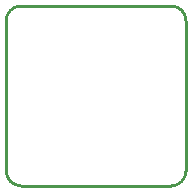
<source format=gko>
G04 Layer: BoardOutline*
G04 EasyEDA v6.4.25, 2021-12-11T01:25:18+11:00*
G04 a67cddfb3fce44daa9051d46cbbcc19f,10*
G04 Gerber Generator version 0.2*
G04 Scale: 100 percent, Rotated: No, Reflected: No *
G04 Dimensions in inches *
G04 leading zeros omitted , absolute positions ,3 integer and 6 decimal *
%FSLAX36Y36*%
%MOIN*%

%ADD10C,0.0100*%
D10*
X0Y49998D02*
G01*
X0Y550000D01*
X550000Y-1D02*
G01*
X50000Y-1D01*
X600000Y550000D02*
G01*
X600000Y49998D01*
X50000Y600000D02*
G01*
X550000Y600000D01*
G75*
G01*
X550000Y600000D02*
G02*
X600000Y550000I0J-50000D01*
G75*
G01*
X600000Y49998D02*
G02*
X550000Y-2I-50000J0D01*
G75*
G01*
X50000Y-2D02*
G02*
X0Y49998I0J50000D01*
G75*
G01*
X0Y550000D02*
G02*
X50000Y600000I50000J0D01*

%LPD*%
M02*

</source>
